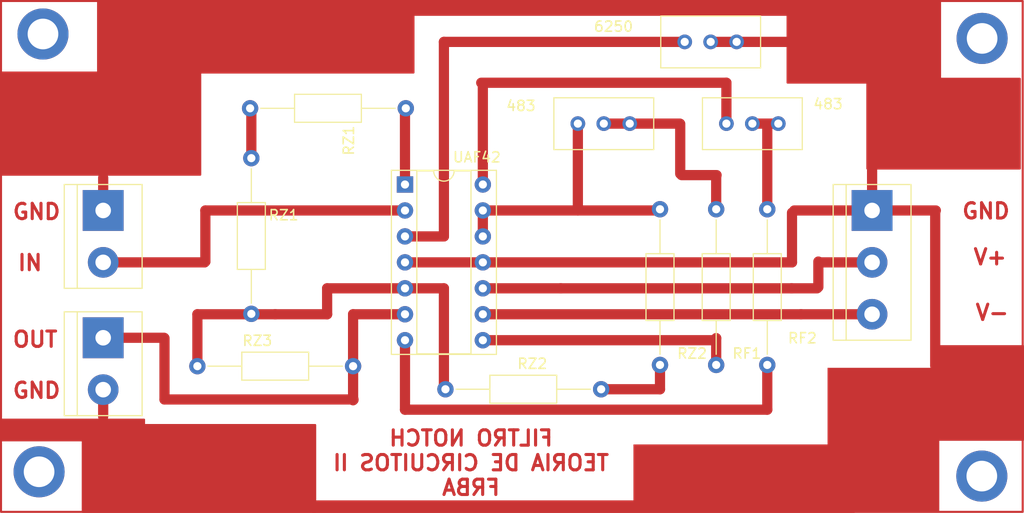
<source format=kicad_pcb>
(kicad_pcb (version 20221018) (generator pcbnew)
  (layers (0 "F.Cu" signal) (31 "B.Cu" signal) (34 "B.Paste" user) (35 "F.Paste" user) (36 "B.SilkS" user "B.Silkscreen") (37 "F.SilkS" user "F.Silkscreen") (38 "B.Mask" user) (39 "F.Mask" user) (44 "Edge.Cuts" user))
  (net 0 "")
  (footprint "Resistor_THT:R_Axial_DIN0207_L6.3mm_D2.5mm_P15.24mm_Horizontal" (layer "F.Cu") (at 165 78.62 90)
    (fp_text reference "RF2" (at 2.62 3.44) (layer "F.SilkS"))
    (fp_text value "3M3")
    (fp_line (start 1.04 0) (end 4.35 0) (stroke (width 0.12)) (layer "F.SilkS"))
    (fp_line (start 4.35 -1.37) (end 4.35 1.37) (stroke (width 0.12)) (layer "F.SilkS"))
    (fp_line (start 4.35 1.37) (end 10.89 1.37) (stroke (width 0.12)) (layer "F.SilkS"))
    (fp_line (start 10.89 -1.37) (end 4.35 -1.37) (stroke (width 0.12)) (layer "F.SilkS"))
    (fp_line (start 10.89 1.37) (end 10.89 -1.37) (stroke (width 0.12)) (layer "F.SilkS"))
    (fp_line (start 14.2 0) (end 10.89 0) (stroke (width 0.12)) (layer "F.SilkS"))
    (pad "1" thru_hole circle (at 0 0 90) (size 1.6 1.6) (drill 0.8) (layers "*.Cu" "*.Mask"))
    (pad "2" thru_hole oval (at 15.24 0 90) (size 1.6 1.6) (drill 0.8) (layers "*.Cu" "*.Mask"))
  )
  (footprint "Resistor_THT:R_Axial_DIN0207_L6.3mm_D2.5mm_P15.24mm_Horizontal" (layer "F.Cu") (at 133.5 81)
    (fp_text reference "RZ2" (at 8.5 -2.5) (layer "F.SilkS"))
    (fp_text value "1K")
    (fp_line (start 1.04 0) (end 4.35 0) (stroke (width 0.12)) (layer "F.SilkS"))
    (fp_line (start 4.35 -1.37) (end 4.35 1.37) (stroke (width 0.12)) (layer "F.SilkS"))
    (fp_line (start 4.35 1.37) (end 10.89 1.37) (stroke (width 0.12)) (layer "F.SilkS"))
    (fp_line (start 10.89 -1.37) (end 4.35 -1.37) (stroke (width 0.12)) (layer "F.SilkS"))
    (fp_line (start 10.89 1.37) (end 10.89 -1.37) (stroke (width 0.12)) (layer "F.SilkS"))
    (fp_line (start 14.2 0) (end 10.89 0) (stroke (width 0.12)) (layer "F.SilkS"))
    (pad "1" thru_hole circle (at 0 0) (size 1.6 1.6) (drill 0.8) (layers "*.Cu" "*.Mask"))
    (pad "2" thru_hole oval (at 15.24 0) (size 1.6 1.6) (drill 0.8) (layers "*.Cu" "*.Mask"))
  )
  (footprint "Resistor_THT:R_Axial_DIN0207_L6.3mm_D2.5mm_P15.24mm_Horizontal" (layer "F.Cu") (at 109.22 78.74)
    (fp_text reference "RZ3" (at 5.8674 -2.4892) (layer "F.SilkS"))
    (fp_text value "10K")
    (fp_line (start 1.04 0) (end 4.35 0) (stroke (width 0.12)) (layer "F.SilkS"))
    (fp_line (start 4.35 -1.37) (end 4.35 1.37) (stroke (width 0.12)) (layer "F.SilkS"))
    (fp_line (start 4.35 1.37) (end 10.89 1.37) (stroke (width 0.12)) (layer "F.SilkS"))
    (fp_line (start 10.89 -1.37) (end 4.35 -1.37) (stroke (width 0.12)) (layer "F.SilkS"))
    (fp_line (start 10.89 1.37) (end 10.89 -1.37) (stroke (width 0.12)) (layer "F.SilkS"))
    (fp_line (start 14.2 0) (end 10.89 0) (stroke (width 0.12)) (layer "F.SilkS"))
    (pad "1" thru_hole circle (at 0 0) (size 1.6 1.6) (drill 0.8) (layers "*.Cu" "*.Mask"))
    (pad "2" thru_hole oval (at 15.24 0) (size 1.6 1.6) (drill 0.8) (layers "*.Cu" "*.Mask"))
  )
  (footprint "Potentiometer_THT:Potentiometer_Bourns_3296W_Vertical" (layer "F.Cu") (at 166.08 55)
    (fp_text reference "483" (at 4.87 -1.91) (layer "F.SilkS"))
    (fp_text value "Potentiometer_Bourns_3296W_Vertical" hide)
    (fp_line (start -7.425 -2.53) (end -7.425 2.54) (stroke (width 0.12)) (layer "F.SilkS"))
    (fp_line (start -7.425 -2.53) (end 2.345 -2.53) (stroke (width 0.12)) (layer "F.SilkS"))
    (fp_line (start -7.425 2.54) (end 2.345 2.54) (stroke (width 0.12)) (layer "F.SilkS"))
    (fp_line (start 2.345 -2.53) (end 2.345 2.54) (stroke (width 0.12)) (layer "F.SilkS"))
    (pad "1" thru_hole circle (at 0 0) (size 1.44 1.44) (drill 0.8) (layers "*.Cu" "*.Mask"))
    (pad "2" thru_hole circle (at -2.54 0) (size 1.44 1.44) (drill 0.8) (layers "*.Cu" "*.Mask"))
    (pad "3" thru_hole circle (at -5.08 0) (size 1.44 1.44) (drill 0.8) (layers "*.Cu" "*.Mask"))
  )
  (footprint "Resistor_THT:R_Axial_DIN0207_L6.3mm_D2.5mm_P15.24mm_Horizontal" (layer "F.Cu") (at 114.38 53.5)
    (fp_text reference "RZ1" (at 9.66 3.16 90) (layer "F.SilkS"))
    (fp_text value "1K")
    (fp_line (start 1.04 0) (end 4.35 0) (stroke (width 0.12)) (layer "F.SilkS"))
    (fp_line (start 4.35 -1.37) (end 4.35 1.37) (stroke (width 0.12)) (layer "F.SilkS"))
    (fp_line (start 4.35 1.37) (end 10.89 1.37) (stroke (width 0.12)) (layer "F.SilkS"))
    (fp_line (start 10.89 -1.37) (end 4.35 -1.37) (stroke (width 0.12)) (layer "F.SilkS"))
    (fp_line (start 10.89 1.37) (end 10.89 -1.37) (stroke (width 0.12)) (layer "F.SilkS"))
    (fp_line (start 14.2 0) (end 10.89 0) (stroke (width 0.12)) (layer "F.SilkS"))
    (pad "1" thru_hole circle (at 0 0) (size 1.6 1.6) (drill 0.8) (layers "*.Cu" "*.Mask"))
    (pad "2" thru_hole oval (at 15.24 0) (size 1.6 1.6) (drill 0.8) (layers "*.Cu" "*.Mask"))
  )
  (footprint "Potentiometer_THT:Potentiometer_Bourns_3296W_Vertical" (layer "F.Cu") (at 162 47)
    (fp_text reference "6250" (at -12.05 -1.5) (layer "F.SilkS"))
    (fp_text value "Potentiometer_Bourns_3296W_Vertical" hide)
    (fp_line (start -7.425 -2.53) (end -7.425 2.54) (stroke (width 0.12)) (layer "F.SilkS"))
    (fp_line (start -7.425 -2.53) (end 2.345 -2.53) (stroke (width 0.12)) (layer "F.SilkS"))
    (fp_line (start -7.425 2.54) (end 2.345 2.54) (stroke (width 0.12)) (layer "F.SilkS"))
    (fp_line (start 2.345 -2.53) (end 2.345 2.54) (stroke (width 0.12)) (layer "F.SilkS"))
    (pad "1" thru_hole circle (at 0 0) (size 1.44 1.44) (drill 0.8) (layers "*.Cu" "*.Mask"))
    (pad "2" thru_hole circle (at -2.54 0) (size 1.44 1.44) (drill 0.8) (layers "*.Cu" "*.Mask"))
    (pad "3" thru_hole circle (at -5.08 0) (size 1.44 1.44) (drill 0.8) (layers "*.Cu" "*.Mask"))
  )
  (footprint "TerminalBlock:TerminalBlock_bornier-2_P5.08mm" (layer "F.Cu") (at 100 75.96 -90)
    (fp_text reference "REF**" hide)
    (fp_text value "OUT-IN" hide)
    (fp_line (start -2.54 -3.81) (end -2.54 3.81) (stroke (width 0.12)) (layer "F.SilkS"))
    (fp_line (start -2.54 3.81) (end 7.62 3.81) (stroke (width 0.12)) (layer "F.SilkS"))
    (fp_line (start 7.62 -3.81) (end -2.54 -3.81) (stroke (width 0.12)) (layer "F.SilkS"))
    (fp_line (start 7.62 2.54) (end -2.54 2.54) (stroke (width 0.12)) (layer "F.SilkS"))
    (fp_line (start 7.62 3.81) (end 7.62 -3.81) (stroke (width 0.12)) (layer "F.SilkS"))
    (pad "1" thru_hole rect (at 0 0 270) (size 4 4) (drill 1.52) (layers "*.Cu" "*.Mask"))
    (pad "2" thru_hole circle (at 5.08 0 270) (size 3 3) (drill 1.52) (layers "*.Cu" "*.Mask"))
  )
  (footprint "TerminalBlock:TerminalBlock_bornier-2_P5.08mm" (layer "F.Cu") (at 100 63.5 -90)
    (fp_text reference "REF**" hide)
    (fp_text value "OUT-IN" hide)
    (fp_line (start -2.54 -3.81) (end -2.54 3.81) (stroke (width 0.12)) (layer "F.SilkS"))
    (fp_line (start -2.54 3.81) (end 7.62 3.81) (stroke (width 0.12)) (layer "F.SilkS"))
    (fp_line (start 7.62 -3.81) (end -2.54 -3.81) (stroke (width 0.12)) (layer "F.SilkS"))
    (fp_line (start 7.62 2.54) (end -2.54 2.54) (stroke (width 0.12)) (layer "F.SilkS"))
    (fp_line (start 7.62 3.81) (end 7.62 -3.81) (stroke (width 0.12)) (layer "F.SilkS"))
    (pad "1" thru_hole rect (at 0 0 270) (size 4 4) (drill 1.52) (layers "*.Cu" "*.Mask"))
    (pad "2" thru_hole circle (at 5.08 0 270) (size 3 3) (drill 1.52) (layers "*.Cu" "*.Mask"))
  )
  (footprint "TerminalBlock:TerminalBlock_bornier-3_P5.08mm" (layer "F.Cu") (at 175.26 63.5 -90)
    (fp_text reference "REF**" hide)
    (fp_text value "TerminalBlock_bornier-3_P5.08mm" hide)
    (fp_line (start -2.54 -3.81) (end 12.7 -3.81) (stroke (width 0.12)) (layer "F.SilkS"))
    (fp_line (start -2.54 2.54) (end 12.7 2.54) (stroke (width 0.12)) (layer "F.SilkS"))
    (fp_line (start -2.54 3.81) (end -2.54 -3.81) (stroke (width 0.12)) (layer "F.SilkS"))
    (fp_line (start -2.54 3.81) (end 12.7 3.81) (stroke (width 0.12)) (layer "F.SilkS"))
    (fp_line (start 12.7 3.81) (end 12.7 -3.81) (stroke (width 0.12)) (layer "F.SilkS"))
    (pad "1" thru_hole rect (at 0 0 270) (size 4 4) (drill 1.52) (layers "*.Cu" "*.Mask"))
    (pad "2" thru_hole circle (at 5.08 0 270) (size 3 3) (drill 1.52) (layers "*.Cu" "*.Mask"))
    (pad "3" thru_hole circle (at 10.16 0 270) (size 3 3) (drill 1.52) (layers "*.Cu" "*.Mask"))
  )
  (footprint "Resistor_THT:R_Axial_DIN0207_L6.3mm_D2.5mm_P15.24mm_Horizontal" (layer "F.Cu") (at 160 78.62 90)
    (fp_text reference "RF1" (at 1.12 3) (layer "F.SilkS"))
    (fp_text value "3M3")
    (fp_line (start 1.04 0) (end 4.35 0) (stroke (width 0.12)) (layer "F.SilkS"))
    (fp_line (start 4.35 -1.37) (end 4.35 1.37) (stroke (width 0.12)) (layer "F.SilkS"))
    (fp_line (start 4.35 1.37) (end 10.89 1.37) (stroke (width 0.12)) (layer "F.SilkS"))
    (fp_line (start 10.89 -1.37) (end 4.35 -1.37) (stroke (width 0.12)) (layer "F.SilkS"))
    (fp_line (start 10.89 1.37) (end 10.89 -1.37) (stroke (width 0.12)) (layer "F.SilkS"))
    (fp_line (start 14.2 0) (end 10.89 0) (stroke (width 0.12)) (layer "F.SilkS"))
    (pad "1" thru_hole circle (at 0 0 90) (size 1.6 1.6) (drill 0.8) (layers "*.Cu" "*.Mask"))
    (pad "2" thru_hole oval (at 15.24 0 90) (size 1.6 1.6) (drill 0.8) (layers "*.Cu" "*.Mask"))
  )
  (footprint "Potentiometer_THT:Potentiometer_Bourns_3296W_Vertical" (layer "F.Cu") (at 151.54 55)
    (fp_text reference "483" (at -10.65 -1.74) (layer "F.SilkS"))
    (fp_text value "Potentiometer_Bourns_3296W_Vertical" hide)
    (fp_line (start -7.425 -2.53) (end -7.425 2.54) (stroke (width 0.12)) (layer "F.SilkS"))
    (fp_line (start -7.425 -2.53) (end 2.345 -2.53) (stroke (width 0.12)) (layer "F.SilkS"))
    (fp_line (start -7.425 2.54) (end 2.345 2.54) (stroke (width 0.12)) (layer "F.SilkS"))
    (fp_line (start 2.345 -2.53) (end 2.345 2.54) (stroke (width 0.12)) (layer "F.SilkS"))
    (pad "1" thru_hole circle (at 0 0) (size 1.44 1.44) (drill 0.8) (layers "*.Cu" "*.Mask"))
    (pad "2" thru_hole circle (at -2.54 0) (size 1.44 1.44) (drill 0.8) (layers "*.Cu" "*.Mask"))
    (pad "3" thru_hole circle (at -5.08 0) (size 1.44 1.44) (drill 0.8) (layers "*.Cu" "*.Mask"))
  )
  (footprint "Resistor_THT:R_Axial_DIN0207_L6.3mm_D2.5mm_P15.24mm_Horizontal" (layer "F.Cu") (at 114.5 73.62 90)
    (fp_text reference "RZ1" (at 9.66 3.16) (layer "F.SilkS"))
    (fp_text value "1K")
    (fp_line (start 1.04 0) (end 4.35 0) (stroke (width 0.12)) (layer "F.SilkS"))
    (fp_line (start 4.35 -1.37) (end 4.35 1.37) (stroke (width 0.12)) (layer "F.SilkS"))
    (fp_line (start 4.35 1.37) (end 10.89 1.37) (stroke (width 0.12)) (layer "F.SilkS"))
    (fp_line (start 10.89 -1.37) (end 4.35 -1.37) (stroke (width 0.12)) (layer "F.SilkS"))
    (fp_line (start 10.89 1.37) (end 10.89 -1.37) (stroke (width 0.12)) (layer "F.SilkS"))
    (fp_line (start 14.2 0) (end 10.89 0) (stroke (width 0.12)) (layer "F.SilkS"))
    (pad "1" thru_hole circle (at 0 0 90) (size 1.6 1.6) (drill 0.8) (layers "*.Cu" "*.Mask"))
    (pad "2" thru_hole oval (at 15.24 0 90) (size 1.6 1.6) (drill 0.8) (layers "*.Cu" "*.Mask"))
  )
  (footprint "Package_DIP:DIP-14_W7.62mm_Socket" (layer "F.Cu") (at 129.54 60.96)
    (fp_text reference "UAF42" (at 7.0358 -2.667) (layer "F.SilkS"))
    (fp_text value "Filtro_NOTCH")
    (fp_line (start -1.33 -1.39) (end -1.33 16.63) (stroke (width 0.12)) (layer "F.SilkS"))
    (fp_line (start -1.33 16.63) (end 8.95 16.63) (stroke (width 0.12)) (layer "F.SilkS"))
    (fp_line (start 1.16 -1.33) (end 1.16 16.57) (stroke (width 0.12)) (layer "F.SilkS"))
    (fp_line (start 1.16 16.57) (end 6.46 16.57) (stroke (width 0.12)) (layer "F.SilkS"))
    (fp_line (start 2.81 -1.33) (end 1.16 -1.33) (stroke (width 0.12)) (layer "F.SilkS"))
    (fp_line (start 6.46 -1.33) (end 4.81 -1.33) (stroke (width 0.12)) (layer "F.SilkS"))
    (fp_line (start 6.46 16.57) (end 6.46 -1.33) (stroke (width 0.12)) (layer "F.SilkS"))
    (fp_line (start 8.95 -1.39) (end -1.33 -1.39) (stroke (width 0.12)) (layer "F.SilkS"))
    (fp_line (start 8.95 16.63) (end 8.95 -1.39) (stroke (width 0.12)) (layer "F.SilkS"))
    (fp_arc (start 4.81 -1.33) (mid 3.81 -0.33) (end 2.81 -1.33) (stroke (width 0.12)) (layer "F.SilkS"))
    (pad "1" thru_hole rect (at 0 0) (size 1.6 1.6) (drill 0.8) (layers "*.Cu" "*.Mask"))
    (pad "2" thru_hole oval (at 0 2.54) (size 1.6 1.6) (drill 0.8) (layers "*.Cu" "*.Mask"))
    (pad "3" thru_hole oval (at 0 5.08) (size 1.6 1.6) (drill 0.8) (layers "*.Cu" "*.Mask"))
    (pad "4" thru_hole oval (at 0 7.62) (size 1.6 1.6) (drill 0.8) (layers "*.Cu" "*.Mask"))
    (pad "5" thru_hole oval (at 0 10.16) (size 1.6 1.6) (drill 0.8) (layers "*.Cu" "*.Mask"))
    (pad "6" thru_hole oval (at 0 12.7) (size 1.6 1.6) (drill 0.8) (layers "*.Cu" "*.Mask"))
    (pad "7" thru_hole oval (at 0 15.24) (size 1.6 1.6) (drill 0.8) (layers "*.Cu" "*.Mask"))
    (pad "8" thru_hole oval (at 7.62 15.24) (size 1.6 1.6) (drill 0.8) (layers "*.Cu" "*.Mask"))
    (pad "9" thru_hole oval (at 7.62 12.7) (size 1.6 1.6) (drill 0.8) (layers "*.Cu" "*.Mask"))
    (pad "10" thru_hole oval (at 7.62 10.16) (size 1.6 1.6) (drill 0.8) (layers "*.Cu" "*.Mask"))
    (pad "11" thru_hole oval (at 7.62 7.62) (size 1.6 1.6) (drill 0.8) (layers "*.Cu" "*.Mask"))
    (pad "12" thru_hole oval (at 7.62 5.08) (size 1.6 1.6) (drill 0.8) (layers "*.Cu" "*.Mask"))
    (pad "13" thru_hole oval (at 7.62 2.54) (size 1.6 1.6) (drill 0.8) (layers "*.Cu" "*.Mask"))
    (pad "14" thru_hole oval (at 7.62 0) (size 1.6 1.6) (drill 0.8) (layers "*.Cu" "*.Mask"))
  )
  (footprint "Resistor_THT:R_Axial_DIN0207_L6.3mm_D2.5mm_P15.24mm_Horizontal" (layer "F.Cu") (at 154.5 78.62 90)
    (fp_text reference "RZ2" (at 1.12 3.14) (layer "F.SilkS"))
    (fp_text value "1K")
    (fp_line (start 1.04 0) (end 4.35 0) (stroke (width 0.12)) (layer "F.SilkS"))
    (fp_line (start 4.35 -1.37) (end 4.35 1.37) (stroke (width 0.12)) (layer "F.SilkS"))
    (fp_line (start 4.35 1.37) (end 10.89 1.37) (stroke (width 0.12)) (layer "F.SilkS"))
    (fp_line (start 10.89 -1.37) (end 4.35 -1.37) (stroke (width 0.12)) (layer "F.SilkS"))
    (fp_line (start 10.89 1.37) (end 10.89 -1.37) (stroke (width 0.12)) (layer "F.SilkS"))
    (fp_line (start 14.2 0) (end 10.89 0) (stroke (width 0.12)) (layer "F.SilkS"))
    (pad "1" thru_hole circle (at 0 0 90) (size 1.6 1.6) (drill 0.8) (layers "*.Cu" "*.Mask"))
    (pad "2" thru_hole oval (at 15.24 0 90) (size 1.6 1.6) (drill 0.8) (layers "*.Cu" "*.Mask"))
  )
  (gr_rect (start 174.7932 50.6098) (end 189.7196 59.3962) (stroke (width 0.2)) (fill solid) (layer "F.Cu"))
  (gr_rect (start 98 84.5) (end 120.75 93) (stroke (width 0.2)) (fill solid) (layer "F.Cu"))
  (gr_rect (start 90 43) (end 190 93) (stroke (width 0.2)) (fill none) (layer "F.Cu"))
  (gr_rect (start 120.5 91.9746) (end 173.5 93) (stroke (width 0.2)) (fill solid) (layer "F.Cu"))
  (gr_rect (start 181.737 76.7842) (end 190.0428 85.9439) (stroke (width 0.2)) (fill solid) (layer "F.Cu"))
  (gr_rect (start 152 86.5) (end 172.25 92.5) (stroke (width 0.2)) (fill solid) (layer "F.Cu"))
  (gr_rect (start 90 83.9746) (end 104 86) (stroke (width 0.2)) (fill solid) (layer "F.Cu"))
  (gr_rect (start 90 50) (end 109.5 60) (stroke (width 0.2)) (fill solid) (layer "F.Cu"))
  (gr_rect (start 171 79) (end 181.737 92.8878) (stroke (width 0.2)) (fill solid) (layer "F.Cu"))
  (gr_rect (start 99.5 43) (end 130.3716 50) (stroke (width 0.2)) (fill solid) (layer "F.Cu"))
  (gr_rect (start 130.3716 43) (end 171.88 44.35) (stroke (width 0.2)) (fill solid) (layer "F.Cu"))
  (gr_rect (start 166.9868 43.14) (end 181.9132 50.9864) (stroke (width 0.2)) (fill solid) (layer "F.Cu"))
  (gr_text "FILTRO NOTCH\nTEORIA DE CIRCUITOS II\nFRBA\n" (at 136 91.5) (layer "F.Cu") (effects (font (size 1.5 1.5) (thickness 0.3) bold) (justify bottom mirror)))
  (gr_text "OUT\n" (at 91 77) (layer "F.Cu") (effects (font (size 1.5 1.5) (thickness 0.3) bold) (justify left bottom)))
  (gr_text "V+\n" (at 185.039 68.9356) (layer "F.Cu") (effects (font (size 1.5 1.5) (thickness 0.3) bold) (justify left bottom)))
  (gr_text "GND\n" (at 183.9214 64.4398) (layer "F.Cu") (effects (font (size 1.5 1.5) (thickness 0.3) bold) (justify left bottom)))
  (gr_text "GND\n" (at 91 82) (layer "F.Cu") (effects (font (size 1.5 1.5) (thickness 0.3) bold) (justify left bottom)))
  (gr_text "IN\n" (at 91.5 69.5) (layer "F.Cu") (effects (font (size 1.5 1.5) (thickness 0.3) bold) (justify left bottom)))
  (gr_text "GND\n" (at 91 64.5) (layer "F.Cu") (effects (font (size 1.5 1.5) (thickness 0.3) bold) (justify left bottom)))
  (gr_text "V-\n" (at 185.2422 74.3712) (layer "F.Cu") (effects (font (size 1.5 1.5) (thickness 0.3) bold) (justify left bottom)))
  (segment (start 146.46 63.5) (end 137.16 63.5) (width 1) (layer "F.Cu") (net 0))
  (segment (start 116.84 73.66) (end 121.92 73.66) (width 1) (layer "F.Cu") (net 0))
  (segment (start 144.78 71.12) (end 137.16 71.12) (width 1) (layer "F.Cu") (net 0))
  (segment (start 129.54 53.58) (end 129.54 60.96) (width 1) (layer "F.Cu") (net 0))
  (segment (start 129.54 83) (end 129.54 76.2) (width 1) (layer "F.Cu") (net 0))
  (segment (start 160 60.08) (end 160 63.38) (width 1) (layer "F.Cu") (net 0))
  (segment (start 148.74 81) (end 154.5 81) (width 1) (layer "F.Cu") (net 0))
  (segment (start 137.16 76.2) (end 159.8 76.2) (width 1) (layer "F.Cu") (net 0))
  (segment (start 164.96 60.96) (end 165 61) (width 0) (layer "F.Cu") (net 0))
  (segment (start 133.35 71.12) (end 133.35 80.85) (width 1) (layer "F.Cu") (net 0))
  (segment (start 170.08 68.58) (end 175.26 68.58) (width 1) (layer "F.Cu") (net 0))
  (segment (start 181.437 63.563) (end 181.437 78.7) (width 1) (layer "F.Cu") (net 0))
  (segment (start 100 63.5) (end 100 60.3) (width 1) (layer "F.Cu") (net 0))
  (segment (start 100 75.96) (end 105.96 75.96) (width 1) (layer "F.Cu") (net 0))
  (segment (start 170 71) (end 170 68.5) (width 1) (layer "F.Cu") (net 0))
  (segment (start 124.46 82.08) (end 124.5 82.04) (width 1) (layer "F.Cu") (net 0))
  (segment (start 106 82) (end 124.5 82) (width 1) (layer "F.Cu") (net 0))
  (segment (start 156.61 60.04) (end 160.04 60.04) (width 1) (layer "F.Cu") (net 0))
  (segment (start 121.92 71.12) (end 129.54 71.12) (width 1) (layer "F.Cu") (net 0))
  (segment (start 175.26 63.5) (end 175.26 47.26) (width 1) (layer "F.Cu") (net 0))
  (segment (start 156.48 59.91) (end 156.61 60.04) (width 0) (layer "F.Cu") (net 0))
  (segment (start 114.5 53.62) (end 114.38 53.5) (width 0) (layer "F.Cu") (net 0))
  (segment (start 129.62 53.5) (end 129.54 53.58) (width 1) (layer "F.Cu") (net 0))
  (segment (start 167.38 71.12) (end 169.88 71.12) (width 1) (layer "F.Cu") (net 0))
  (segment (start 133.35 47) (end 156.92 47) (width 1) (layer "F.Cu") (net 0))
  (segment (start 110 68.5) (end 110 63.5) (width 1) (layer "F.Cu") (net 0))
  (segment (start 109.22 73.66) (end 116.84 73.66) (width 1) (layer "F.Cu") (net 0))
  (segment (start 100 68.58) (end 109.92 68.58) (width 1) (layer "F.Cu") (net 0))
  (segment (start 165 83) (end 129.54 83) (width 1) (layer "F.Cu") (net 0))
  (segment (start 156.45 55) (end 156.48 55.03) (width 0) (layer "F.Cu") (net 0))
  (segment (start 169.88 71.12) (end 170 71) (width 0.2) (layer "F.Cu") (net 0))
  (segment (start 137.16 68.58) (end 129.54 68.58) (width 1) (layer "F.Cu") (net 0))
  (segment (start 154.38 63.5) (end 146.46 63.5) (width 1) (layer "F.Cu") (net 0))
  (segment (start 137.16 51.16) (end 137 51) (width 0) (layer "F.Cu") (net 0))
  (segment (start 137.16 73.66) (end 168.3004 73.66) (width 1) (layer "F.Cu") (net 0))
  (segment (start 160 76) (end 155.0416 76) (width 0) (layer "F.Cu") (net 0))
  (segment (start 165 83) (end 165 78.62) (width 1) (layer "F.Cu") (net 0))
  (segment (start 156.48 55.03) (end 156.48 59.91) (width 1) (layer "F.Cu") (net 0))
  (segment (start 133.35 66.04) (end 133.35 47) (width 1) (layer "F.Cu") (net 0))
  (segment (start 133.35 80.85) (end 133.5 81) (width 1) (layer "F.Cu") (net 0))
  (segment (start 109.92 68.58) (end 110 68.5) (width 1) (layer "F.Cu") (net 0))
  (segment (start 146.46 55) (end 146.46 63.5) (width 1) (layer "F.Cu") (net 0))
  (segment (start 144.78 71.12) (end 167.38 71.12) (width 1) (layer "F.Cu") (net 0))
  (segment (start 163.54 55) (end 166.08 55) (width 1) (layer "F.Cu") (net 0))
  (segment (start 161 51) (end 161 55) (width 1) (layer "F.Cu") (net 0))
  (segment (start 160 78.62) (end 160 76) (width 1) (layer "F.Cu") (net 0))
  (segment (start 100 68.58) (end 100.08 68.5) (width 1) (layer "F.Cu") (net 0))
  (segment (start 167.42 63.72) (end 167.64 63.5) (width 0.2) (layer "F.Cu") (net 0))
  (segment (start 154.5 63.38) (end 154.38 63.5) (width 1) (layer "F.Cu") (net 0))
  (segment (start 129.54 63.5) (end 110 63.5) (width 1) (layer "F.Cu") (net 0))
  (segment (start 175.26 63.5) (end 181.5 63.5) (width 1) (layer "F.Cu") (net 0))
  (segment (start 124.46 73.66) (end 129.54 73.66) (width 1) (layer "F.Cu") (net 0))
  (segment (start 105.96 75.96) (end 106 76) (width 0) (layer "F.Cu") (net 0))
  (segment (start 167.64 63.5) (end 175.26 63.5) (width 1) (layer "F.Cu") (net 0))
  (segment (start 149 55) (end 156.45 55) (width 1) (layer "F.Cu") (net 0))
  (segment (start 137 51) (end 161 51) (width 1) (layer "F.Cu") (net 0))
  (segment (start 129.54 71.12) (end 133.35 71.12) (width 1) (layer "F.Cu") (net 0))
  (segment (start 137.16 66.04) (end 137.16 63.5) (width 1) (layer "F.Cu") (net 0))
  (segment (start 114.5 58.38) (end 114.5 53.62) (width 1) (layer "F.Cu") (net 0))
  (segment (start 124.46 82) (end 124.46 73.66) (width 1) (layer "F.Cu") (net 0))
  (segment (start 169.08 68.58) (end 169 68.5) (width 0) (layer "F.Cu") (net 0))
  (segment (start 124.5 82.04) (end 124.46 82) (width 0.2) (layer "F.Cu") (net 0))
  (segment (start 175.26 47.26) (end 175 47) (width 1) (layer "F.Cu") (net 0))
  (segment (start 129.54 66.04) (end 133.35 66.04) (width 1) (layer "F.Cu") (net 0))
  (segment (start 121.92 73.66) (end 121.92 71.12) (width 1) (layer "F.Cu") (net 0))
  (segment (start 167.42 68.58) (end 167.42 63.72) (width 1) (layer "F.Cu") (net 0))
  (segment (start 159.8 76.2) (end 160 76) (width 1) (layer "F.Cu") (net 0))
  (segment (start 100 81.04) (end 100 83.6746) (width 1) (layer "F.Cu") (net 0))
  (segment (start 165 63.38) (end 165 55) (width 1) (layer "F.Cu") (net 0))
  (segment (start 109.22 78.74) (end 109.22 73.66) (width 1) (layer "F.Cu") (net 0))
  (segment (start 106 76) (end 106 82) (width 1) (layer "F.Cu") (net 0))
  (segment (start 181.5 63.5) (end 181.437 63.563) (width 0) (layer "F.Cu") (net 0))
  (segment (start 170 68.5) (end 170.08 68.58) (width 0.2) (layer "F.Cu") (net 0))
  (segment (start 137.16 60.96) (end 137.16 51.16) (width 1) (layer "F.Cu") (net 0))
  (segment (start 168.3004 73.66) (end 175.26 73.66) (width 1) (layer "F.Cu") (net 0))
  (segment (start 175 47) (end 159.46 47) (width 1) (layer "F.Cu") (net 0))
  (segment (start 154.5 81) (end 154.5 78.62) (width 1) (layer "F.Cu") (net 0))
  (segment (start 137.16 68.58) (end 167.42 68.58) (width 1) (layer "F.Cu") (net 0))
  (segment (start 160.04 60.04) (end 160 60.08) (width 0) (layer "F.Cu") (net 0))
  (segment (start 175.26 68.58) (end 175.18 68.5) (width 1) (layer "F.Cu") (net 0))
  (via (at 94.107 46.228) (size 5) (drill 3) (layers "F.Cu" "B.Cu") (net 0))
  (via (at 186 89.5) (size 5) (drill 3) (layers "F.Cu" "B.Cu") (net 0))
  (via (at 93.726 89.0778) (size 5) (drill 3) (layers "F.Cu" "B.Cu") (net 0))
  (via (at 186.0296 46.6598) (size 5) (drill 3) (layers "F.Cu" "B.Cu") (net 0))
)
</source>
